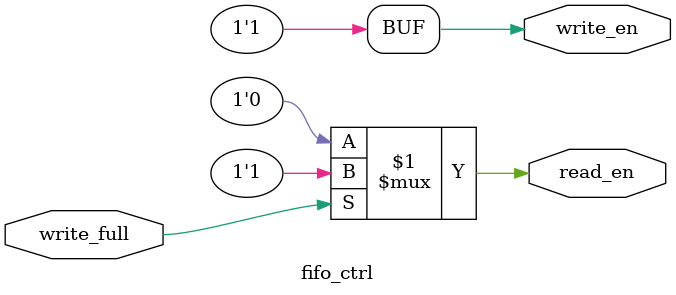
<source format=v>
`timescale 1ns / 1ps


module fifo_ctrl(
    input write_full,
    output read_en,
    output write_en
    );
    assign write_en = 1'b1;
    assign read_en = write_full? 1'b1:1'b0;
    
endmodule


</source>
